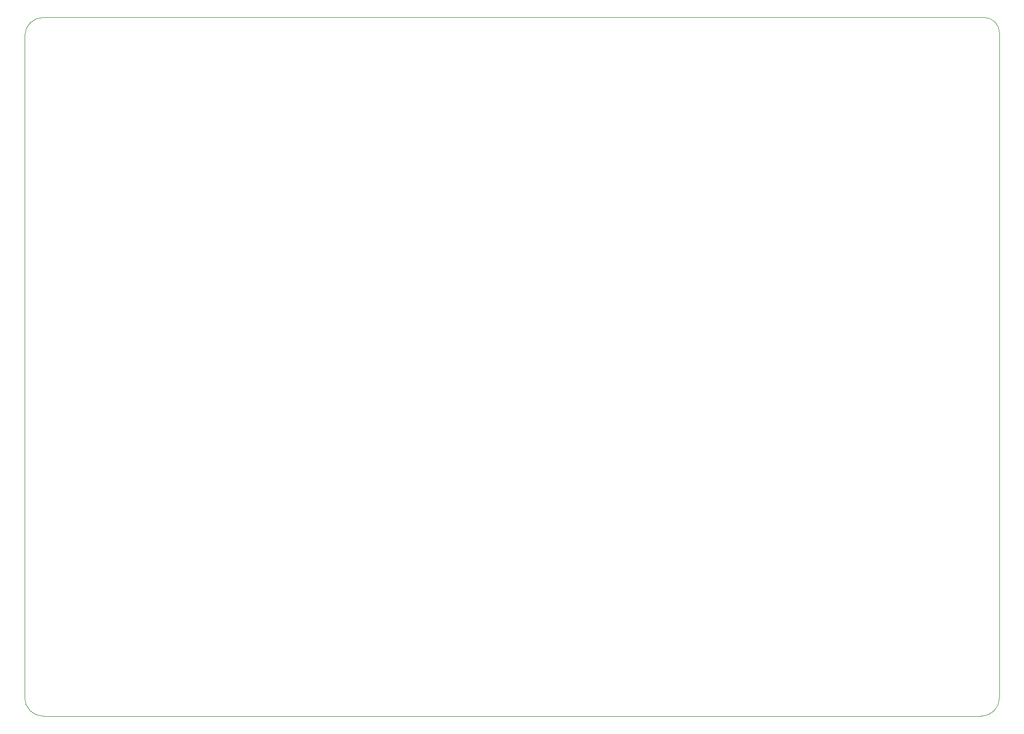
<source format=gm1>
G04 #@! TF.FileFunction,Profile,NP*
%FSLAX46Y46*%
G04 Gerber Fmt 4.6, Leading zero omitted, Abs format (unit mm)*
G04 Created by KiCad (PCBNEW 4.0.6) date Thursday, 30. August 2018 'u42' 16:42:36*
%MOMM*%
%LPD*%
G01*
G04 APERTURE LIST*
%ADD10C,0.100000*%
G04 APERTURE END LIST*
D10*
X70161200Y-36982800D02*
G75*
G03X67161200Y-39982800I0J-3000000D01*
G01*
X67161200Y-146982800D02*
G75*
G03X70161200Y-149982800I3000000J0D01*
G01*
X221661200Y-149982800D02*
G75*
G03X224661200Y-146982800I0J3000000D01*
G01*
X224661200Y-39482800D02*
G75*
G03X222161200Y-36982800I-2500000J0D01*
G01*
X67161200Y-39982800D02*
X67161200Y-146982800D01*
X222161200Y-36982800D02*
X70161200Y-36982800D01*
X224661200Y-146982800D02*
X224661200Y-39482800D01*
X221661200Y-149982800D02*
X70161200Y-149982800D01*
M02*

</source>
